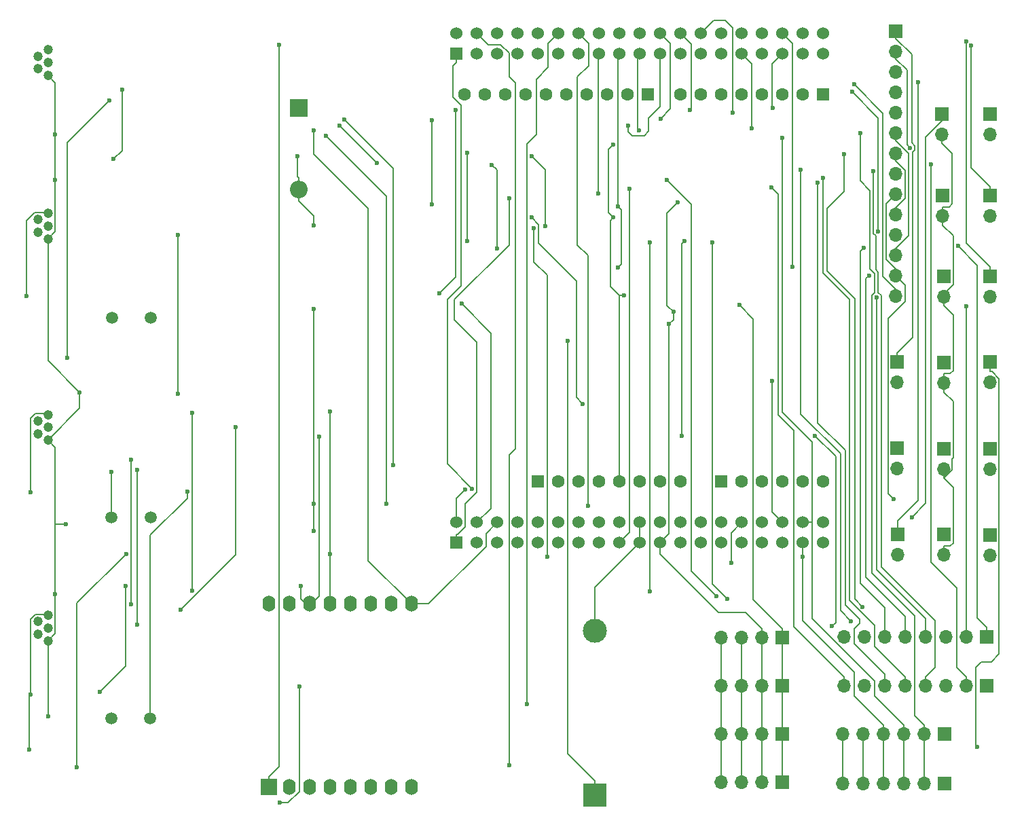
<source format=gbr>
%TF.GenerationSoftware,KiCad,Pcbnew,8.0.8*%
%TF.CreationDate,2025-04-05T02:10:51+02:00*%
%TF.ProjectId,mb02a1,6d623032-6131-42e6-9b69-6361645f7063,rev?*%
%TF.SameCoordinates,Original*%
%TF.FileFunction,Copper,L2,Bot*%
%TF.FilePolarity,Positive*%
%FSLAX46Y46*%
G04 Gerber Fmt 4.6, Leading zero omitted, Abs format (unit mm)*
G04 Created by KiCad (PCBNEW 8.0.8) date 2025-04-05 02:10:51*
%MOMM*%
%LPD*%
G01*
G04 APERTURE LIST*
%TA.AperFunction,ComponentPad*%
%ADD10R,3.000000X3.000000*%
%TD*%
%TA.AperFunction,ComponentPad*%
%ADD11C,3.000000*%
%TD*%
%TA.AperFunction,ComponentPad*%
%ADD12R,1.700000X1.700000*%
%TD*%
%TA.AperFunction,ComponentPad*%
%ADD13O,1.700000X1.700000*%
%TD*%
%TA.AperFunction,ComponentPad*%
%ADD14R,2.000000X2.000000*%
%TD*%
%TA.AperFunction,ComponentPad*%
%ADD15O,1.600000X2.000000*%
%TD*%
%TA.AperFunction,ComponentPad*%
%ADD16C,1.193800*%
%TD*%
%TA.AperFunction,ComponentPad*%
%ADD17C,1.500000*%
%TD*%
%TA.AperFunction,ComponentPad*%
%ADD18R,2.200000X2.200000*%
%TD*%
%TA.AperFunction,ComponentPad*%
%ADD19O,2.200000X2.200000*%
%TD*%
%TA.AperFunction,ComponentPad*%
%ADD20R,1.605000X1.605000*%
%TD*%
%TA.AperFunction,ComponentPad*%
%ADD21C,1.605000*%
%TD*%
%TA.AperFunction,ComponentPad*%
%ADD22R,1.530000X1.530000*%
%TD*%
%TA.AperFunction,ComponentPad*%
%ADD23C,1.530000*%
%TD*%
%TA.AperFunction,ViaPad*%
%ADD24C,0.600000*%
%TD*%
%TA.AperFunction,Conductor*%
%ADD25C,0.200000*%
%TD*%
G04 APERTURE END LIST*
D10*
%TO.P,B1,1*%
%TO.N,Net-(U11-VBAT)*%
X155500000Y-148500000D03*
D11*
%TO.P,B1,2*%
%TO.N,GND*%
X155500000Y-128010000D03*
%TD*%
D12*
%TO.P,PWR5V.2,1,Pin_1*%
%TO.N,5V_REG*%
X199000000Y-94540000D03*
D13*
%TO.P,PWR5V.2,2,Pin_2*%
%TO.N,GND*%
X199000000Y-97080000D03*
%TD*%
%TO.P,I2C1.2,4,Pin_4*%
%TO.N,GND*%
X171230000Y-134870000D03*
%TO.P,I2C1.2,3,Pin_3*%
%TO.N,5V_REG*%
X173770000Y-134870000D03*
%TO.P,I2C1.2,2,Pin_2*%
%TO.N,I2C1_SDA*%
X176310000Y-134870000D03*
D12*
%TO.P,I2C1.2,1,Pin_1*%
%TO.N,I2C1_SCL*%
X178850000Y-134870000D03*
%TD*%
D14*
%TO.P,U10,1,~{RST}*%
%TO.N,WEMOS_RST*%
X114840000Y-147500000D03*
D15*
%TO.P,U10,2,A0*%
%TO.N,unconnected-(U10-A0-Pad2)*%
X117380000Y-147500000D03*
%TO.P,U10,3,D0*%
%TO.N,unconnected-(U10-D0-Pad3)*%
X119920000Y-147500000D03*
%TO.P,U10,4,SCK/D5*%
%TO.N,Net-(D15-A)*%
X122460000Y-147500000D03*
%TO.P,U10,5,MISO/D6*%
%TO.N,Net-(D14-A)*%
X125000000Y-147500000D03*
%TO.P,U10,6,MOSI/D7*%
%TO.N,Net-(D13-A)*%
X127540000Y-147500000D03*
%TO.P,U10,7,CS/D8*%
%TO.N,unconnected-(U10-CS{slash}D8-Pad7)*%
X130080000Y-147500000D03*
%TO.P,U10,8,3V3*%
%TO.N,unconnected-(U10-3V3-Pad8)*%
X132620000Y-147500000D03*
%TO.P,U10,9,5V*%
%TO.N,5V_REG*%
X132620000Y-124640000D03*
%TO.P,U10,10,GND*%
%TO.N,GND*%
X130080000Y-124640000D03*
%TO.P,U10,11,D4*%
%TO.N,unconnected-(U10-D4-Pad11)*%
X127540000Y-124640000D03*
%TO.P,U10,12,D3*%
%TO.N,unconnected-(U10-D3-Pad12)*%
X125000000Y-124640000D03*
%TO.P,U10,13,SDA/D2*%
%TO.N,WUART1_RX*%
X122460000Y-124640000D03*
%TO.P,U10,14,SCL/D1*%
%TO.N,WUART1_TX*%
X119920000Y-124640000D03*
%TO.P,U10,15,RX*%
%TO.N,UART4_TX*%
X117380000Y-124640000D03*
%TO.P,U10,16,TX*%
%TO.N,UART4_RX*%
X114840000Y-124640000D03*
%TD*%
D16*
%TO.P,J4,1,VBUS*%
%TO.N,VBUS3*%
X87290900Y-126023100D03*
%TO.P,J4,2,D-*%
%TO.N,D3-*%
X86090900Y-126823099D03*
%TO.P,J4,3,D+*%
%TO.N,D3+*%
X87290900Y-127623100D03*
%TO.P,J4,4,ID*%
%TO.N,unconnected-(J4-ID-Pad4)*%
X86090900Y-128423101D03*
%TO.P,J4,5,GND*%
%TO.N,GND*%
X87290900Y-129223099D03*
%TD*%
D12*
%TO.P,SPI2.2,1,Pin_1*%
%TO.N,SPI2_CS1*%
X199090000Y-147020000D03*
D13*
%TO.P,SPI2.2,2,Pin_2*%
%TO.N,SPI2_SCK*%
X196550000Y-147020000D03*
%TO.P,SPI2.2,3,Pin_3*%
%TO.N,SPI2_MOSI*%
X194010000Y-147020000D03*
%TO.P,SPI2.2,4,Pin_4*%
%TO.N,SPI2_MISO*%
X191470000Y-147020000D03*
%TO.P,SPI2.2,5,Pin_5*%
%TO.N,5V_REG*%
X188930000Y-147020000D03*
%TO.P,SPI2.2,6,Pin_6*%
%TO.N,GND*%
X186390000Y-147020000D03*
%TD*%
D12*
%TO.P,PWR3V3.1,1,Pin_1*%
%TO.N,M3V3*%
X193200000Y-105235000D03*
D13*
%TO.P,PWR3V3.1,2,Pin_2*%
%TO.N,GND*%
X193200000Y-107775000D03*
%TD*%
D12*
%TO.P,PWM.2,1,Pin_1*%
%TO.N,PWM2*%
X199000000Y-116000000D03*
D13*
%TO.P,PWM.2,2,Pin_2*%
%TO.N,GND*%
X199000000Y-118540000D03*
%TD*%
D16*
%TO.P,J1,1,VBUS*%
%TO.N,Net-(J1-VBUS)*%
X87290900Y-55523100D03*
%TO.P,J1,2,D-*%
%TO.N,unconnected-(J1-D--Pad2)*%
X86090900Y-56323099D03*
%TO.P,J1,3,D+*%
%TO.N,unconnected-(J1-D+-Pad3)*%
X87290900Y-57123100D03*
%TO.P,J1,4,ID*%
%TO.N,unconnected-(J1-ID-Pad4)*%
X86090900Y-57923101D03*
%TO.P,J1,5,GND*%
%TO.N,GND*%
X87290900Y-58723099D03*
%TD*%
D12*
%TO.P,PWR3V3.3,1,Pin_1*%
%TO.N,M3V3*%
X204750000Y-105275000D03*
D13*
%TO.P,PWR3V3.3,2,Pin_2*%
%TO.N,GND*%
X204750000Y-107815000D03*
%TD*%
D17*
%TO.P,X2,1,1*%
%TO.N,Net-(U3-XO)*%
X95220000Y-113870000D03*
%TO.P,X2,2,2*%
%TO.N,Net-(U3-XI)*%
X100100000Y-113870000D03*
%TD*%
D12*
%TO.P,DISPLAY1,1,Pin_1*%
%TO.N,5V_REG*%
X193000000Y-53255000D03*
D13*
%TO.P,DISPLAY1,2,Pin_2*%
%TO.N,GND*%
X193000000Y-55795000D03*
%TO.P,DISPLAY1,3,Pin_3*%
%TO.N,DISPL_CS*%
X193000000Y-58335000D03*
%TO.P,DISPLAY1,4,Pin_4*%
%TO.N,DISPL_RST*%
X193000000Y-60875000D03*
%TO.P,DISPLAY1,5,Pin_5*%
%TO.N,DISPL_DC*%
X193000000Y-63415000D03*
%TO.P,DISPLAY1,6,Pin_6*%
%TO.N,DISPL_MOSI*%
X193000000Y-65955000D03*
%TO.P,DISPLAY1,7,Pin_7*%
%TO.N,DISPL_SCK*%
X193000000Y-68495000D03*
%TO.P,DISPLAY1,8,Pin_8*%
%TO.N,DISPL_BNESS*%
X193000000Y-71035000D03*
%TO.P,DISPLAY1,9,Pin_9*%
%TO.N,DISPL_MISO*%
X193000000Y-73575000D03*
%TO.P,DISPLAY1,10,Pin_10*%
%TO.N,DISPL_SCK*%
X193000000Y-76115000D03*
%TO.P,DISPLAY1,11,Pin_11*%
%TO.N,DISPL_TCH_CS*%
X193000000Y-78655000D03*
%TO.P,DISPLAY1,12,Pin_12*%
%TO.N,DISPL_MOSI*%
X193000000Y-81195000D03*
%TO.P,DISPLAY1,13,Pin_13*%
%TO.N,DISPL_MISO*%
X193000000Y-83735000D03*
%TO.P,DISPLAY1,14,Pin_14*%
%TO.N,DISPL_TIRQ*%
X193000000Y-86275000D03*
%TD*%
D12*
%TO.P,PWR3V3.2,1,Pin_1*%
%TO.N,M3V3*%
X199000000Y-105275000D03*
D13*
%TO.P,PWR3V3.2,2,Pin_2*%
%TO.N,GND*%
X199000000Y-107815000D03*
%TD*%
D12*
%TO.P,DAC.1,1,Pin_1*%
%TO.N,DAC_OUT*%
X198750000Y-63525000D03*
D13*
%TO.P,DAC.1,2,Pin_2*%
%TO.N,GND*%
X198750000Y-66065000D03*
%TD*%
D12*
%TO.P,EXTI.2,1,Pin_1*%
%TO.N,EXTI2*%
X198850000Y-73750000D03*
D13*
%TO.P,EXTI.2,2,Pin_2*%
%TO.N,GND*%
X198850000Y-76290000D03*
%TD*%
D12*
%TO.P,EXIO.2,1,Pin_1*%
%TO.N,Net-(EXIO.2-Pin_1)*%
X204330000Y-134870000D03*
D13*
%TO.P,EXIO.2,2,Pin_2*%
%TO.N,Net-(EXIO.2-Pin_2)*%
X201790000Y-134870000D03*
%TO.P,EXIO.2,3,Pin_3*%
%TO.N,Net-(EXIO.2-Pin_3)*%
X199250000Y-134870000D03*
%TO.P,EXIO.2,4,Pin_4*%
%TO.N,Net-(EXIO.2-Pin_4)*%
X196710000Y-134870000D03*
%TO.P,EXIO.2,5,Pin_5*%
%TO.N,Net-(EXIO.2-Pin_5)*%
X194170000Y-134870000D03*
%TO.P,EXIO.2,6,Pin_6*%
%TO.N,Net-(EXIO.2-Pin_6)*%
X191630000Y-134870000D03*
%TO.P,EXIO.2,7,Pin_7*%
%TO.N,Net-(EXIO.2-Pin_7)*%
X189090000Y-134870000D03*
%TO.P,EXIO.2,8,Pin_8*%
%TO.N,Net-(EXIO.2-Pin_8)*%
X186550000Y-134870000D03*
%TD*%
D12*
%TO.P,EXTI.3,1,Pin_1*%
%TO.N,EXTI3*%
X204750000Y-73750000D03*
D13*
%TO.P,EXTI.3,2,Pin_2*%
%TO.N,GND*%
X204750000Y-76290000D03*
%TD*%
D16*
%TO.P,J2,1,VBUS*%
%TO.N,VBUS1*%
X87290900Y-75920000D03*
%TO.P,J2,2,D-*%
%TO.N,D1-*%
X86090900Y-76719999D03*
%TO.P,J2,3,D+*%
%TO.N,D1+*%
X87290900Y-77520000D03*
%TO.P,J2,4,ID*%
%TO.N,unconnected-(J2-ID-Pad4)*%
X86090900Y-78320001D03*
%TO.P,J2,5,GND*%
%TO.N,GND*%
X87290900Y-79119999D03*
%TD*%
D12*
%TO.P,PWR5V.1,1,Pin_1*%
%TO.N,5V_REG*%
X193200000Y-94500000D03*
D13*
%TO.P,PWR5V.1,2,Pin_2*%
%TO.N,GND*%
X193200000Y-97040000D03*
%TD*%
D12*
%TO.P,EXIO.1,1,Pin_1*%
%TO.N,Net-(EXIO.1-Pin_1)*%
X204330000Y-128720000D03*
D13*
%TO.P,EXIO.1,2,Pin_2*%
%TO.N,Net-(EXIO.1-Pin_2)*%
X201790000Y-128720000D03*
%TO.P,EXIO.1,3,Pin_3*%
%TO.N,Net-(EXIO.1-Pin_3)*%
X199250000Y-128720000D03*
%TO.P,EXIO.1,4,Pin_4*%
%TO.N,Net-(EXIO.1-Pin_4)*%
X196710000Y-128720000D03*
%TO.P,EXIO.1,5,Pin_5*%
%TO.N,Net-(EXIO.1-Pin_5)*%
X194170000Y-128720000D03*
%TO.P,EXIO.1,6,Pin_6*%
%TO.N,Net-(EXIO.1-Pin_6)*%
X191630000Y-128720000D03*
%TO.P,EXIO.1,7,Pin_7*%
%TO.N,Net-(EXIO.1-Pin_7)*%
X189090000Y-128720000D03*
%TO.P,EXIO.1,8,Pin_8*%
%TO.N,Net-(EXIO.1-Pin_8)*%
X186550000Y-128720000D03*
%TD*%
D12*
%TO.P,I2C1.4,1,Pin_1*%
%TO.N,I2C1_SCL*%
X178850000Y-146870000D03*
D13*
%TO.P,I2C1.4,2,Pin_2*%
%TO.N,I2C1_SDA*%
X176310000Y-146870000D03*
%TO.P,I2C1.4,3,Pin_3*%
%TO.N,5V_REG*%
X173770000Y-146870000D03*
%TO.P,I2C1.4,4,Pin_4*%
%TO.N,GND*%
X171230000Y-146870000D03*
%TD*%
D12*
%TO.P,EXTI.1,1,Pin_1*%
%TO.N,EXTI1*%
X204750000Y-63525000D03*
D13*
%TO.P,EXTI.1,2,Pin_2*%
%TO.N,GND*%
X204750000Y-66065000D03*
%TD*%
D12*
%TO.P,PWM.3,1,Pin_1*%
%TO.N,PWM3*%
X204750000Y-116025000D03*
D13*
%TO.P,PWM.3,2,Pin_2*%
%TO.N,GND*%
X204750000Y-118565000D03*
%TD*%
D18*
%TO.P,D2,1,K*%
%TO.N,Net-(D1-K)*%
X118600000Y-62790000D03*
D19*
%TO.P,D2,2,A*%
%TO.N,GND*%
X118600000Y-72950000D03*
%TD*%
D17*
%TO.P,X1,1,1*%
%TO.N,Net-(U2-XO)*%
X95245000Y-88945000D03*
%TO.P,X1,2,2*%
%TO.N,Net-(U2-XI)*%
X100125000Y-88945000D03*
%TD*%
D12*
%TO.P,I2C1.1,1,Pin_1*%
%TO.N,I2C1_SCL*%
X178850000Y-128870000D03*
D13*
%TO.P,I2C1.1,2,Pin_2*%
%TO.N,I2C1_SDA*%
X176310000Y-128870000D03*
%TO.P,I2C1.1,3,Pin_3*%
%TO.N,5V_REG*%
X173770000Y-128870000D03*
%TO.P,I2C1.1,4,Pin_4*%
%TO.N,GND*%
X171230000Y-128870000D03*
%TD*%
D17*
%TO.P,X3,1,1*%
%TO.N,Net-(U4-XO)*%
X95175000Y-138870000D03*
%TO.P,X3,2,2*%
%TO.N,Net-(U4-XI)*%
X100055000Y-138870000D03*
%TD*%
D12*
%TO.P,ADC.1,1,Pin_1*%
%TO.N,ADC1*%
X199000000Y-83775000D03*
D13*
%TO.P,ADC.1,2,Pin_2*%
%TO.N,GND*%
X199000000Y-86315000D03*
%TD*%
D12*
%TO.P,ADC.2,1,Pin_1*%
%TO.N,ADC2*%
X204750000Y-83775000D03*
D13*
%TO.P,ADC.2,2,Pin_2*%
%TO.N,GND*%
X204750000Y-86315000D03*
%TD*%
D12*
%TO.P,PWM.1,1,Pin_1*%
%TO.N,PWM1*%
X193250000Y-116000000D03*
D13*
%TO.P,PWM.1,2,Pin_2*%
%TO.N,GND*%
X193250000Y-118540000D03*
%TD*%
D20*
%TO.P,U9,CN5_1,D8*%
%TO.N,unconnected-(U9F-D8-PadCN5_1)*%
X162130000Y-61120000D03*
D21*
%TO.P,U9,CN5_2,D9*%
%TO.N,unconnected-(U9F-D9-PadCN5_2)*%
X159590000Y-61120000D03*
%TO.P,U9,CN5_3,D10*%
%TO.N,unconnected-(U9F-D10-PadCN5_3)*%
X157050000Y-61120000D03*
%TO.P,U9,CN5_4,D11*%
%TO.N,unconnected-(U9F-D11-PadCN5_4)*%
X154510000Y-61120000D03*
%TO.P,U9,CN5_5,D12*%
%TO.N,unconnected-(U9F-D12-PadCN5_5)*%
X151970000Y-61120000D03*
%TO.P,U9,CN5_6,D13*%
%TO.N,unconnected-(U9F-D13-PadCN5_6)*%
X149430000Y-61120000D03*
%TO.P,U9,CN5_7,CN5_GND*%
%TO.N,unconnected-(U9F-CN5_GND-PadCN5_7)*%
X146890000Y-61120000D03*
%TO.P,U9,CN5_8,AREF*%
%TO.N,unconnected-(U9F-AREF-PadCN5_8)*%
X144350000Y-61120000D03*
%TO.P,U9,CN5_9,D14*%
%TO.N,unconnected-(U9F-D14-PadCN5_9)*%
X141810000Y-61120000D03*
%TO.P,U9,CN5_10,D15*%
%TO.N,unconnected-(U9F-D15-PadCN5_10)*%
X139270000Y-61120000D03*
D20*
%TO.P,U9,CN6_1*%
%TO.N,N/C*%
X148410000Y-109380000D03*
D21*
%TO.P,U9,CN6_2,CN6_IOREF*%
%TO.N,unconnected-(U9C-CN6_IOREF-PadCN6_2)*%
X150950000Y-109380000D03*
%TO.P,U9,CN6_3,CN6_RESET*%
%TO.N,unconnected-(U9C-CN6_RESET-PadCN6_3)*%
X153490000Y-109380000D03*
%TO.P,U9,CN6_4,CN6_+3V3*%
%TO.N,M3V3*%
X156030000Y-109380000D03*
%TO.P,U9,CN6_5,CN6_+5V*%
%TO.N,M5V*%
X158570000Y-109380000D03*
%TO.P,U9,CN6_6,CN6_GND*%
%TO.N,Net-(U9C-CN6_GND-PadCN6_6)*%
X161110000Y-109380000D03*
%TO.P,U9,CN6_7,CN6_GND*%
X163650000Y-109380000D03*
%TO.P,U9,CN6_8,CN6_VIN*%
%TO.N,unconnected-(U9C-CN6_VIN-PadCN6_8)*%
X166190000Y-109380000D03*
D22*
%TO.P,U9,CN7_1,PC10*%
%TO.N,DISPL_SCK*%
X138250000Y-117000000D03*
D23*
%TO.P,U9,CN7_2,PC11*%
%TO.N,DISPL_MISO*%
X138250000Y-114460000D03*
%TO.P,U9,CN7_3,PC12*%
%TO.N,UART5_TX*%
X140790000Y-117000000D03*
%TO.P,U9,CN7_4,PD2*%
%TO.N,UART5_RX*%
X140790000Y-114460000D03*
%TO.P,U9,CN7_5,VDD*%
%TO.N,unconnected-(U9A-VDD-PadCN7_5)*%
X143330000Y-117000000D03*
%TO.P,U9,CN7_6,E5V*%
%TO.N,5V_REG*%
X143330000Y-114460000D03*
%TO.P,U9,CN7_7,BOOT0*%
%TO.N,unconnected-(U9A-BOOT0-PadCN7_7)*%
X145870000Y-117000000D03*
%TO.P,U9,CN7_8,CN7_GND*%
%TO.N,GND*%
X145870000Y-114460000D03*
%TO.P,U9,CN7_9*%
%TO.N,N/C*%
X148410000Y-117000000D03*
%TO.P,U9,CN7_10*%
X148410000Y-114460000D03*
%TO.P,U9,CN7_11*%
X150950000Y-117000000D03*
%TO.P,U9,CN7_12,CN7_IOREF*%
%TO.N,unconnected-(U9A-CN7_IOREF-PadCN7_12)*%
X150950000Y-114460000D03*
%TO.P,U9,CN7_13,PA13*%
%TO.N,unconnected-(U9A-PA13-PadCN7_13)*%
X153490000Y-117000000D03*
%TO.P,U9,CN7_14,CN7_RESET*%
%TO.N,unconnected-(U9A-CN7_RESET-PadCN7_14)*%
X153490000Y-114460000D03*
%TO.P,U9,CN7_15,PA14*%
%TO.N,unconnected-(U9A-PA14-PadCN7_15)*%
X156030000Y-117000000D03*
%TO.P,U9,CN7_16,CN7_+3V3*%
%TO.N,unconnected-(U9A-CN7_+3V3-PadCN7_16)*%
X156030000Y-114460000D03*
%TO.P,U9,CN7_17,PA15*%
%TO.N,DISPL_BNESS*%
X158570000Y-117000000D03*
%TO.P,U9,CN7_18,CN7_+5V*%
%TO.N,unconnected-(U9A-CN7_+5V-PadCN7_18)*%
X158570000Y-114460000D03*
%TO.P,U9,CN7_19,CN7_GND*%
%TO.N,GND*%
X161110000Y-117000000D03*
%TO.P,U9,CN7_20,CN7_GND*%
X161110000Y-114460000D03*
%TO.P,U9,CN7_21,PB7*%
%TO.N,I2C1_SDA*%
X163650000Y-117000000D03*
%TO.P,U9,CN7_22,CN7_GND*%
%TO.N,GND*%
X163650000Y-114460000D03*
%TO.P,U9,CN7_23,PC13*%
%TO.N,unconnected-(U9A-PC13-PadCN7_23)*%
X166190000Y-117000000D03*
%TO.P,U9,CN7_24,CN7_VIN*%
%TO.N,unconnected-(U9A-CN7_VIN-PadCN7_24)*%
X166190000Y-114460000D03*
%TO.P,U9,CN7_25,PC14*%
%TO.N,unconnected-(U9A-PC14-PadCN7_25)*%
X168730000Y-117000000D03*
%TO.P,U9,CN7_26*%
%TO.N,N/C*%
X168730000Y-114460000D03*
%TO.P,U9,CN7_27,PC15*%
%TO.N,unconnected-(U9A-PC15-PadCN7_27)*%
X171270000Y-117000000D03*
%TO.P,U9,CN7_28,PA0*%
%TO.N,UART4_TX*%
X171270000Y-114460000D03*
%TO.P,U9,CN7_29,PH0*%
%TO.N,unconnected-(U9A-PH0-PadCN7_29)*%
X173810000Y-117000000D03*
%TO.P,U9,CN7_30,PA1*%
%TO.N,UART4_RX*%
X173810000Y-114460000D03*
%TO.P,U9,CN7_31,PH1*%
%TO.N,unconnected-(U9A-PH1-PadCN7_31)*%
X176350000Y-117000000D03*
%TO.P,U9,CN7_32,PA4*%
%TO.N,DAC_OUT*%
X176350000Y-114460000D03*
%TO.P,U9,CN7_33,VBAT*%
%TO.N,unconnected-(U9A-VBAT-PadCN7_33)*%
X178890000Y-117000000D03*
%TO.P,U9,CN7_34,PB0*%
%TO.N,W25Q64_NCS*%
X178890000Y-114460000D03*
%TO.P,U9,CN7_35,PC2*%
%TO.N,SPI2_MISO*%
X181430000Y-117000000D03*
%TO.P,U9,CN7_36,PC1/PB9*%
%TO.N,SPI2_MOSI*%
X181430000Y-114460000D03*
%TO.P,U9,CN7_37,PC3*%
%TO.N,I_PWR_MEAS*%
X183970000Y-117000000D03*
%TO.P,U9,CN7_38,PC0/PB8*%
%TO.N,U_PWR_MEAS*%
X183970000Y-114460000D03*
D20*
%TO.P,U9,CN8_1,A0*%
%TO.N,unconnected-(U9E-A0-PadCN8_1)*%
X171270000Y-109380000D03*
D21*
%TO.P,U9,CN8_2,A1*%
%TO.N,unconnected-(U9E-A1-PadCN8_2)*%
X173810000Y-109380000D03*
%TO.P,U9,CN8_3,A2*%
%TO.N,unconnected-(U9E-A2-PadCN8_3)*%
X176350000Y-109380000D03*
%TO.P,U9,CN8_4,A3*%
%TO.N,unconnected-(U9E-A3-PadCN8_4)*%
X178890000Y-109380000D03*
%TO.P,U9,CN8_5,A4*%
%TO.N,unconnected-(U9E-A4-PadCN8_5)*%
X181430000Y-109380000D03*
%TO.P,U9,CN8_6,A5*%
%TO.N,unconnected-(U9E-A5-PadCN8_6)*%
X183970000Y-109380000D03*
D20*
%TO.P,U9,CN9_1,D0*%
%TO.N,unconnected-(U9D-D0-PadCN9_1)*%
X183970000Y-61120000D03*
D21*
%TO.P,U9,CN9_2,D1*%
%TO.N,unconnected-(U9D-D1-PadCN9_2)*%
X181430000Y-61120000D03*
%TO.P,U9,CN9_3,D2*%
%TO.N,unconnected-(U9D-D2-PadCN9_3)*%
X178890000Y-61120000D03*
%TO.P,U9,CN9_4,D3*%
%TO.N,unconnected-(U9D-D3-PadCN9_4)*%
X176350000Y-61120000D03*
%TO.P,U9,CN9_5,D4*%
%TO.N,unconnected-(U9D-D4-PadCN9_5)*%
X173810000Y-61120000D03*
%TO.P,U9,CN9_6,D5*%
%TO.N,unconnected-(U9D-D5-PadCN9_6)*%
X171270000Y-61120000D03*
%TO.P,U9,CN9_7,D6*%
%TO.N,unconnected-(U9D-D6-PadCN9_7)*%
X168730000Y-61120000D03*
%TO.P,U9,CN9_8,D7*%
%TO.N,unconnected-(U9D-D7-PadCN9_8)*%
X166190000Y-61120000D03*
D22*
%TO.P,U9,CN10_1,PC9*%
%TO.N,PWM3*%
X138250000Y-56040000D03*
D23*
%TO.P,U9,CN10_2,PC8*%
%TO.N,EXTI3*%
X138250000Y-53500000D03*
%TO.P,U9,CN10_3,PB8*%
%TO.N,DISPL_TCH_CS*%
X140790000Y-56040000D03*
%TO.P,U9,CN10_4,PC6*%
%TO.N,SPI2_CS1*%
X140790000Y-53500000D03*
%TO.P,U9,CN10_5,PB9*%
%TO.N,DISPL_TIRQ*%
X143330000Y-56040000D03*
%TO.P,U9,CN10_6,PC5*%
%TO.N,ADC2*%
X143330000Y-53500000D03*
%TO.P,U9,CN10_7,AVDD*%
%TO.N,unconnected-(U9B-AVDD-PadCN10_7)*%
X145870000Y-56040000D03*
%TO.P,U9,CN10_8,U5V*%
%TO.N,unconnected-(U9B-U5V-PadCN10_8)*%
X145870000Y-53500000D03*
%TO.P,U9,CN10_9,CN10_GND*%
%TO.N,Net-(U9B-CN10_GND-PadCN10_20)*%
X148410000Y-56040000D03*
%TO.P,U9,CN10_10*%
%TO.N,N/C*%
X148410000Y-53500000D03*
%TO.P,U9,CN10_11,PA5*%
%TO.N,unconnected-(U9B-PA5-PadCN10_11)*%
X150950000Y-56040000D03*
%TO.P,U9,CN10_12,PA12*%
%TO.N,SPI2_CS0*%
X150950000Y-53500000D03*
%TO.P,U9,CN10_13,PA6*%
%TO.N,EXTI1*%
X153490000Y-56040000D03*
%TO.P,U9,CN10_14,PA11*%
%TO.N,PWM2*%
X153490000Y-53500000D03*
%TO.P,U9,CN10_15,PA7*%
%TO.N,EXTI2*%
X156030000Y-56040000D03*
%TO.P,U9,CN10_16,PB12*%
%TO.N,unconnected-(U9B-PB12-PadCN10_16)*%
X156030000Y-53500000D03*
%TO.P,U9,CN10_17,PB6*%
%TO.N,I2C1_SCL*%
X158570000Y-56040000D03*
%TO.P,U9,CN10_18*%
%TO.N,N/C*%
X158570000Y-53500000D03*
%TO.P,U9,CN10_19,PC7*%
%TO.N,SPI2_SCK*%
X161110000Y-56040000D03*
%TO.P,U9,CN10_20,CN10_GND*%
%TO.N,Net-(U9B-CN10_GND-PadCN10_20)*%
X161110000Y-53500000D03*
%TO.P,U9,CN10_21,PA9*%
%TO.N,USART1_TX*%
X163650000Y-56040000D03*
%TO.P,U9,CN10_22,PB2*%
%TO.N,25LC256_NCS*%
X163650000Y-53500000D03*
%TO.P,U9,CN10_23,PA8*%
%TO.N,PWM1*%
X166190000Y-56040000D03*
%TO.P,U9,CN10_24,PB1*%
%TO.N,25LC640_NCS*%
X166190000Y-53500000D03*
%TO.P,U9,CN10_25,PB10*%
%TO.N,unconnected-(U9B-PB10-PadCN10_25)*%
X168730000Y-56040000D03*
%TO.P,U9,CN10_26,PB15*%
%TO.N,DISPL_DC*%
X168730000Y-53500000D03*
%TO.P,U9,CN10_27,PB4*%
%TO.N,DISPL_RST*%
X171270000Y-56040000D03*
%TO.P,U9,CN10_28,PB14*%
%TO.N,WEMOS_RST*%
X171270000Y-53500000D03*
%TO.P,U9,CN10_29,PB5*%
%TO.N,DISPL_MOSI*%
X173810000Y-56040000D03*
%TO.P,U9,CN10_30,PB13*%
%TO.N,DISPL_CS*%
X173810000Y-53500000D03*
%TO.P,U9,CN10_31,PB3*%
%TO.N,unconnected-(U9B-PB3-PadCN10_31)*%
X176350000Y-56040000D03*
%TO.P,U9,CN10_32,AGND*%
%TO.N,unconnected-(U9B-AGND-PadCN10_32)*%
X176350000Y-53500000D03*
%TO.P,U9,CN10_33,PA10*%
%TO.N,USART1_RX*%
X178890000Y-56040000D03*
%TO.P,U9,CN10_34,PC4*%
%TO.N,ADC1*%
X178890000Y-53500000D03*
%TO.P,U9,CN10_35,PA2*%
%TO.N,unconnected-(U9B-PA2-PadCN10_35)*%
X181430000Y-56040000D03*
%TO.P,U9,CN10_36*%
%TO.N,N/C*%
X181430000Y-53500000D03*
%TO.P,U9,CN10_37,PA3*%
%TO.N,unconnected-(U9B-PA3-PadCN10_37)*%
X183970000Y-56040000D03*
%TO.P,U9,CN10_38*%
%TO.N,N/C*%
X183970000Y-53500000D03*
%TD*%
D12*
%TO.P,PWR5V.3,1,Pin_1*%
%TO.N,5V_REG*%
X204750000Y-94500000D03*
D13*
%TO.P,PWR5V.3,2,Pin_2*%
%TO.N,GND*%
X204750000Y-97040000D03*
%TD*%
D12*
%TO.P,SPI2.1,1,Pin_1*%
%TO.N,SPI2_CS0*%
X199050000Y-140870000D03*
D13*
%TO.P,SPI2.1,2,Pin_2*%
%TO.N,SPI2_SCK*%
X196510000Y-140870000D03*
%TO.P,SPI2.1,3,Pin_3*%
%TO.N,SPI2_MOSI*%
X193970000Y-140870000D03*
%TO.P,SPI2.1,4,Pin_4*%
%TO.N,SPI2_MISO*%
X191430000Y-140870000D03*
%TO.P,SPI2.1,5,Pin_5*%
%TO.N,5V_REG*%
X188890000Y-140870000D03*
%TO.P,SPI2.1,6,Pin_6*%
%TO.N,GND*%
X186350000Y-140870000D03*
%TD*%
D16*
%TO.P,J3,1,VBUS*%
%TO.N,VBUS2*%
X87290900Y-101023100D03*
%TO.P,J3,2,D-*%
%TO.N,D2-*%
X86090900Y-101823099D03*
%TO.P,J3,3,D+*%
%TO.N,D2+*%
X87290900Y-102623100D03*
%TO.P,J3,4,ID*%
%TO.N,unconnected-(J3-ID-Pad4)*%
X86090900Y-103423101D03*
%TO.P,J3,5,GND*%
%TO.N,GND*%
X87290900Y-104223099D03*
%TD*%
D12*
%TO.P,I2C1.3,1,Pin_1*%
%TO.N,I2C1_SCL*%
X178850000Y-140870000D03*
D13*
%TO.P,I2C1.3,2,Pin_2*%
%TO.N,I2C1_SDA*%
X176310000Y-140870000D03*
%TO.P,I2C1.3,3,Pin_3*%
%TO.N,5V_REG*%
X173770000Y-140870000D03*
%TO.P,I2C1.3,4,Pin_4*%
%TO.N,GND*%
X171230000Y-140870000D03*
%TD*%
D24*
%TO.N,Net-(D13-K)*%
X116234400Y-149444300D03*
X118650000Y-134895000D03*
%TO.N,Net-(U11-VBAT)*%
X152106400Y-91867500D03*
%TO.N,Net-(U5-VO)*%
X149322800Y-77543300D03*
X147626400Y-68773900D03*
%TO.N,I_PWR_MEAS*%
X129479600Y-112166800D03*
X121924200Y-66235000D03*
%TO.N,SPI2_CS1*%
X144783800Y-144759000D03*
%TO.N,SPI2_CS0*%
X146987800Y-137152700D03*
%TO.N,Net-(U4-RXD)*%
X110660200Y-102620000D03*
X103839200Y-125330000D03*
%TO.N,Net-(U4-TXD)*%
X97640800Y-106647300D03*
X97640800Y-124695000D03*
%TO.N,UART4_RX*%
X172497700Y-119497700D03*
%TO.N,WEMOS_RST*%
X116110000Y-54911500D03*
%TO.N,PWM3*%
X140177300Y-110262500D03*
%TO.N,PWM2*%
X154611000Y-112389800D03*
%TO.N,PWM1*%
X195783800Y-59605000D03*
%TO.N,EXTI3*%
X202421800Y-54991800D03*
%TO.N,EXTI2*%
X155944500Y-73490100D03*
%TO.N,Net-(EXIO.2-Pin_4)*%
X190213700Y-70671900D03*
%TO.N,Net-(EXIO.2-Pin_8)*%
X177474100Y-72667700D03*
%TO.N,Net-(EXIO.2-Pin_1)*%
X188847300Y-124986400D03*
X186575100Y-68550100D03*
%TO.N,Net-(EXIO.2-Pin_3)*%
X187419500Y-126796600D03*
X181167300Y-70470800D03*
%TO.N,Net-(EXIO.2-Pin_5)*%
X183939400Y-71474300D03*
%TO.N,Net-(EXIO.2-Pin_2)*%
X197432500Y-69796600D03*
%TO.N,Net-(EXIO.2-Pin_6)*%
X183261500Y-72076100D03*
%TO.N,Net-(EXIO.2-Pin_7)*%
X170660500Y-123679700D03*
X164495900Y-71805000D03*
%TO.N,Net-(EXIO.1-Pin_4)*%
X190610300Y-86436800D03*
%TO.N,Net-(EXIO.1-Pin_5)*%
X189656200Y-83697900D03*
%TO.N,I2C1_SCL*%
X158404000Y-75064400D03*
X158404000Y-82654800D03*
X173510500Y-87386300D03*
%TO.N,Net-(EXIO.1-Pin_8)*%
X172036100Y-123976300D03*
X170165800Y-79547500D03*
%TO.N,Net-(EXIO.1-Pin_1)*%
X200770600Y-80022800D03*
%TO.N,Net-(EXIO.1-Pin_3)*%
X162330200Y-123078000D03*
X162330200Y-79552500D03*
%TO.N,Net-(EXIO.1-Pin_7)*%
X185074200Y-127364500D03*
X166625500Y-79382900D03*
X166323500Y-103716200D03*
X182947500Y-103716200D03*
%TO.N,Net-(EXIO.1-Pin_6)*%
X189048100Y-80195800D03*
%TO.N,Net-(EXIO.1-Pin_2)*%
X201790000Y-87518100D03*
%TO.N,I2C1_SDA*%
X164755200Y-89730200D03*
X165285400Y-88233200D03*
X165829200Y-74578100D03*
%TO.N,U_PWR_MEAS*%
X130372900Y-107328300D03*
X124247900Y-64238300D03*
%TO.N,DISPL_TCH_CS*%
X187555500Y-60795600D03*
X190815400Y-78180000D03*
%TO.N,W25Q64_NCS3V3*%
X154002500Y-99670000D03*
X147617500Y-76459700D03*
%TO.N,DISPL_SCK*%
X144820800Y-74041600D03*
%TO.N,DISPL_MOSI*%
X175034200Y-65323400D03*
%TO.N,M5V*%
X159142200Y-86194500D03*
X157797800Y-67349800D03*
X123616900Y-64965000D03*
X128314700Y-69623500D03*
X157797800Y-76410200D03*
%TO.N,25LC640_NCS*%
X167363100Y-63079200D03*
X138163600Y-63079200D03*
X136123100Y-85924000D03*
%TO.N,25LC256_NCS*%
X163679300Y-64137100D03*
X135143900Y-64296700D03*
X135143900Y-74781900D03*
%TO.N,SPI2_MISO*%
X181430000Y-118795800D03*
X149538500Y-118795800D03*
X147873600Y-77812600D03*
%TO.N,SPI2_SCK*%
X160986200Y-65591200D03*
X139540300Y-68413900D03*
X139540300Y-79417300D03*
X188606200Y-65950600D03*
%TO.N,SPI2_MOSI*%
X178846100Y-66559300D03*
X142619200Y-69895000D03*
X143253200Y-80338900D03*
%TO.N,DISPL_TIRQ*%
X187795300Y-59810500D03*
%TO.N,DISPL_BNESS*%
X159841600Y-72878800D03*
%TO.N,W25Q64_NCS*%
X177620000Y-96823200D03*
%TO.N,DISPL_DC*%
X172629900Y-63415000D03*
%TO.N,DISPL_MISO*%
X139351300Y-110363200D03*
X192728300Y-111564600D03*
%TO.N,5V_REG*%
X120429400Y-65600000D03*
X203120000Y-142503300D03*
%TO.N,DAC_OUT*%
X195013400Y-113809700D03*
%TO.N,WUART1_TX*%
X121125900Y-103761300D03*
X93799700Y-135620000D03*
X97019400Y-122397700D03*
X118818300Y-122397700D03*
%TO.N,WUART1_RX*%
X122460000Y-100644300D03*
X122460000Y-118381200D03*
X97031400Y-118381200D03*
X90859400Y-144983600D03*
%TO.N,UART5_TX*%
X120458900Y-87834900D03*
X120458900Y-115535500D03*
X120458900Y-112162300D03*
%TO.N,UART5_RX*%
X138850000Y-87217400D03*
%TO.N,USART1_TX*%
X159623400Y-64989400D03*
%TO.N,USART1_RX*%
X94925200Y-61845700D03*
X89684200Y-93968900D03*
X177708200Y-62786200D03*
%TO.N,Net-(D1-K)*%
X96516600Y-60543600D03*
X95494900Y-69127900D03*
%TO.N,Net-(U3-XO)*%
X95220000Y-108140900D03*
%TO.N,Net-(U4-V3)*%
X98443400Y-127235000D03*
X98443400Y-107950900D03*
%TO.N,Net-(U4-XI)*%
X104690100Y-110620000D03*
%TO.N,ADC2*%
X201800000Y-54465100D03*
%TO.N,ADC1*%
X180160000Y-82565300D03*
%TO.N,VBUS3*%
X105299800Y-100833500D03*
X105299800Y-123018500D03*
X85110400Y-135967100D03*
X84995000Y-142838000D03*
%TO.N,VBUS2*%
X85131000Y-110698200D03*
X103464500Y-98425000D03*
X103464500Y-78620000D03*
%TO.N,VBUS1*%
X84658400Y-86224700D03*
%TO.N,GND*%
X87290900Y-138655400D03*
X194773900Y-67769800D03*
X89549100Y-114716200D03*
X88201300Y-123425000D03*
X91263000Y-98253800D03*
X88189500Y-66097300D03*
X120466200Y-77482300D03*
X88189500Y-71731800D03*
X118410000Y-68775000D03*
%TD*%
D25*
%TO.N,5V_REG*%
X203000000Y-132582500D02*
X203000000Y-142383300D01*
X203000000Y-142383300D02*
X203120000Y-142503300D01*
X204900000Y-131900000D02*
X203682500Y-131900000D01*
X205901700Y-130898300D02*
X204900000Y-131900000D01*
X205901700Y-96544900D02*
X205901700Y-130898300D01*
X205008500Y-95651700D02*
X205901700Y-96544900D01*
X204750000Y-95651700D02*
X205008500Y-95651700D01*
X204750000Y-94500000D02*
X204750000Y-95651700D01*
X203682500Y-131900000D02*
X203000000Y-132582500D01*
%TO.N,Net-(EXIO.2-Pin_6)*%
X187823900Y-129623900D02*
X191630000Y-133430000D01*
X191630000Y-133430000D02*
X191630000Y-134870000D01*
X187823900Y-127709600D02*
X187823900Y-129623900D01*
X186700000Y-124728950D02*
X188500000Y-126528950D01*
X186700000Y-105481900D02*
X186700000Y-124728950D01*
X188500000Y-126528950D02*
X188500000Y-127033500D01*
X188500000Y-127033500D02*
X187823900Y-127709600D01*
X183261500Y-102043400D02*
X186700000Y-105481900D01*
X183261500Y-72076100D02*
X183261500Y-102043400D01*
%TO.N,I2C1_SDA*%
X174300000Y-125700000D02*
X176310000Y-127710000D01*
X170900000Y-125700000D02*
X174300000Y-125700000D01*
X163650000Y-118450000D02*
X170900000Y-125700000D01*
X176310000Y-127710000D02*
X176310000Y-128870000D01*
X163650000Y-117000000D02*
X163650000Y-118450000D01*
%TO.N,W25Q64_NCS3V3*%
X153200000Y-98867500D02*
X154002500Y-99670000D01*
X148473600Y-79673600D02*
X153200000Y-84400000D01*
X153200000Y-84400000D02*
X153200000Y-98867500D01*
X148473600Y-77315800D02*
X148473600Y-79673600D01*
X147617500Y-76459700D02*
X148473600Y-77315800D01*
%TO.N,SPI2_MISO*%
X147873600Y-81973600D02*
X149538500Y-83638500D01*
X149538500Y-83638500D02*
X149538500Y-118795800D01*
X147873600Y-77812600D02*
X147873600Y-81973600D01*
%TO.N,I2C1_SDA*%
X164500000Y-87447800D02*
X165285400Y-88233200D01*
X165829200Y-74578100D02*
X164500000Y-75907300D01*
X164500000Y-75907300D02*
X164500000Y-87447800D01*
%TO.N,M5V*%
X157400000Y-85024500D02*
X158570000Y-86194500D01*
X157400000Y-76808000D02*
X157400000Y-85024500D01*
X157797800Y-76410200D02*
X157400000Y-76808000D01*
%TO.N,I2C1_SCL*%
X158800000Y-82258800D02*
X158404000Y-82654800D01*
X158800000Y-75460400D02*
X158800000Y-82258800D01*
X158404000Y-75064400D02*
X158800000Y-75460400D01*
%TO.N,M5V*%
X157200000Y-75812400D02*
X157797800Y-76410200D01*
X157797800Y-67349800D02*
X157200000Y-67947600D01*
X157200000Y-67947600D02*
X157200000Y-75812400D01*
%TO.N,DISPL_SCK*%
X144820800Y-79879200D02*
X144820800Y-74041600D01*
X138000000Y-86700000D02*
X144820800Y-79879200D01*
X138000000Y-89240800D02*
X138000000Y-86700000D01*
X140790000Y-110677800D02*
X140790000Y-92030800D01*
X139316700Y-112151100D02*
X140790000Y-110677800D01*
X139316700Y-115000100D02*
X139316700Y-112151100D01*
X138250000Y-115933300D02*
X138383500Y-115933300D01*
X138383500Y-115933300D02*
X139316700Y-115000100D01*
X140790000Y-92030800D02*
X138000000Y-89240800D01*
X138250000Y-117000000D02*
X138250000Y-115933300D01*
%TO.N,UART5_RX*%
X142500000Y-90867400D02*
X138850000Y-87217400D01*
X142500000Y-112750000D02*
X142500000Y-90867400D01*
X140790000Y-114460000D02*
X142500000Y-112750000D01*
%TO.N,PWM3*%
X137100000Y-107185200D02*
X140177300Y-110262500D01*
X137100000Y-86700000D02*
X137100000Y-107185200D01*
X137800000Y-61462600D02*
X138806800Y-62469400D01*
X137800000Y-57556700D02*
X137800000Y-61462600D01*
X138806800Y-84993200D02*
X137100000Y-86700000D01*
X138250000Y-57106700D02*
X137800000Y-57556700D01*
X138806800Y-62469400D02*
X138806800Y-84993200D01*
X138250000Y-56040000D02*
X138250000Y-57106700D01*
%TO.N,5V_REG*%
X127243800Y-75343800D02*
X120429400Y-68529400D01*
X127243800Y-119263800D02*
X127243800Y-75343800D01*
X132620000Y-124640000D02*
X127243800Y-119263800D01*
X120429400Y-68529400D02*
X120429400Y-65600000D01*
%TO.N,WUART1_TX*%
X121125900Y-123695800D02*
X121125900Y-103761300D01*
X120181700Y-124640000D02*
X121125900Y-123695800D01*
X119920000Y-124640000D02*
X120181700Y-124640000D01*
X118818300Y-124000000D02*
X118818300Y-122397700D01*
X119458300Y-124640000D02*
X118818300Y-124000000D01*
X119920000Y-124640000D02*
X119458300Y-124640000D01*
%TO.N,SPI2_CS1*%
X144783800Y-106095400D02*
X144783800Y-144759000D01*
X145600000Y-105279200D02*
X144783800Y-106095400D01*
X144801300Y-58882500D02*
X145600000Y-59681200D01*
X145600000Y-59681200D02*
X145600000Y-105279200D01*
X144801300Y-55970800D02*
X144801300Y-58882500D01*
X143721000Y-54890500D02*
X144801300Y-55970800D01*
X142180500Y-54890500D02*
X143721000Y-54890500D01*
X140790000Y-53500000D02*
X142180500Y-54890500D01*
%TO.N,SPI2_CS0*%
X146987800Y-67315400D02*
X146987800Y-137152700D01*
X149680000Y-57720000D02*
X148200000Y-59200000D01*
X148200000Y-66103200D02*
X146987800Y-67315400D01*
X150950000Y-53500000D02*
X149680000Y-54770000D01*
X149680000Y-54770000D02*
X149680000Y-57720000D01*
X148200000Y-59200000D02*
X148200000Y-66103200D01*
%TO.N,PWM2*%
X154700000Y-57532900D02*
X154700000Y-54710000D01*
X153300000Y-58932900D02*
X154700000Y-57532900D01*
X154700000Y-54710000D02*
X153490000Y-53500000D01*
X153300000Y-79889800D02*
X153300000Y-58932900D01*
X154611000Y-81200800D02*
X153300000Y-79889800D01*
X154611000Y-112389800D02*
X154611000Y-81200800D01*
%TO.N,SPI2_SCK*%
X160800000Y-65405000D02*
X160986200Y-65591200D01*
X160800000Y-56350000D02*
X160800000Y-65405000D01*
X161110000Y-56040000D02*
X160800000Y-56350000D01*
%TO.N,USART1_TX*%
X160143300Y-66243300D02*
X159623400Y-65723400D01*
X161656700Y-66243300D02*
X160143300Y-66243300D01*
X162200000Y-65700000D02*
X161656700Y-66243300D01*
X159623400Y-65723400D02*
X159623400Y-64989400D01*
X163650000Y-62650000D02*
X162200000Y-64100000D01*
X163650000Y-56040000D02*
X163650000Y-62650000D01*
X162200000Y-64100000D02*
X162200000Y-65700000D01*
%TO.N,USART1_RX*%
X177600000Y-62678000D02*
X177708200Y-62786200D01*
X177600000Y-57330000D02*
X177600000Y-62678000D01*
X178890000Y-56040000D02*
X177600000Y-57330000D01*
%TO.N,25LC640_NCS*%
X167500000Y-54810000D02*
X167500000Y-62942300D01*
X166190000Y-53500000D02*
X167500000Y-54810000D01*
X167500000Y-62942300D02*
X167363100Y-63079200D01*
%TO.N,25LC256_NCS*%
X164900000Y-62916400D02*
X163679300Y-64137100D01*
X164900000Y-54750000D02*
X164900000Y-62916400D01*
X163650000Y-53500000D02*
X164900000Y-54750000D01*
%TO.N,DISPL_DC*%
X172629900Y-52829900D02*
X172629900Y-63415000D01*
X171700000Y-51900000D02*
X172629900Y-52829900D01*
X168730000Y-53500000D02*
X170330000Y-51900000D01*
X170330000Y-51900000D02*
X171700000Y-51900000D01*
%TO.N,SPI2_MISO*%
X187820000Y-133120000D02*
X181430000Y-126730000D01*
X181430000Y-126730000D02*
X181430000Y-118795800D01*
X187820000Y-136108300D02*
X187820000Y-133120000D01*
X191430000Y-140870000D02*
X191430000Y-139718300D01*
X191430000Y-139718300D02*
X187820000Y-136108300D01*
%TO.N,GND*%
X199000000Y-85977800D02*
X199000000Y-86315000D01*
X200151700Y-84826100D02*
X199000000Y-85977800D01*
X200151700Y-78743400D02*
X200151700Y-84826100D01*
X198850000Y-77441700D02*
X200151700Y-78743400D01*
X198850000Y-76290000D02*
X198850000Y-77441700D01*
%TO.N,DISPL_TIRQ*%
X191419000Y-63434200D02*
X187795300Y-59810500D01*
X191419000Y-83810800D02*
X191419000Y-63434200D01*
X193000000Y-85391800D02*
X191419000Y-83810800D01*
X193000000Y-86275000D02*
X193000000Y-85391800D01*
%TO.N,DISPL_MOSI*%
X193000000Y-80283800D02*
X193000000Y-81195000D01*
X194593700Y-78690100D02*
X193000000Y-80283800D01*
X194593600Y-68440300D02*
X194593700Y-68440300D01*
X193000000Y-66846700D02*
X194593600Y-68440300D01*
X194593700Y-68440300D02*
X194593700Y-78690100D01*
X193000000Y-65955000D02*
X193000000Y-66846700D01*
%TO.N,DISPL_MISO*%
X191842300Y-74732700D02*
X193000000Y-73575000D01*
X191842300Y-81713500D02*
X191842300Y-74732700D01*
X193000000Y-82871200D02*
X191842300Y-81713500D01*
X193000000Y-83735000D02*
X193000000Y-82871200D01*
%TO.N,DISPL_SCK*%
X193000000Y-69378200D02*
X194192000Y-70570200D01*
X193000000Y-75264900D02*
X193000000Y-76115000D01*
X193000000Y-68495000D02*
X193000000Y-69378200D01*
X194192000Y-70570200D02*
X194192000Y-74072900D01*
X194192000Y-74072900D02*
X193000000Y-75264900D01*
%TO.N,DAC_OUT*%
X196729600Y-112093500D02*
X195013400Y-113809700D01*
X196729600Y-66409100D02*
X196729600Y-112093500D01*
X198750000Y-63525000D02*
X198750000Y-64388700D01*
X198750000Y-64388700D02*
X196729600Y-66409100D01*
%TO.N,GND*%
X194389800Y-58068000D02*
X194389800Y-67385700D01*
X193000000Y-56678200D02*
X194389800Y-58068000D01*
X194389800Y-67385700D02*
X194773900Y-67769800D01*
X193000000Y-55795000D02*
X193000000Y-56678200D01*
%TO.N,5V_REG*%
X194998100Y-56116900D02*
X193000000Y-54118800D01*
X194998100Y-67143200D02*
X194998100Y-56116900D01*
X195373900Y-67519000D02*
X194998100Y-67143200D01*
X193000000Y-54118800D02*
X193000000Y-53255000D01*
X195373900Y-68018329D02*
X195373900Y-67519000D01*
X195100000Y-68292229D02*
X195373900Y-68018329D01*
X193200000Y-93348300D02*
X195100000Y-91448300D01*
X193200000Y-94500000D02*
X193200000Y-93348300D01*
X195100000Y-91448300D02*
X195100000Y-68292229D01*
%TO.N,SPI2_SCK*%
X196510000Y-139718300D02*
X196510000Y-140870000D01*
X195361200Y-126161200D02*
X195361200Y-138569500D01*
X190008600Y-120808600D02*
X195361200Y-126161200D01*
X189812000Y-82851300D02*
X190409400Y-83448700D01*
X195361200Y-138569500D02*
X196510000Y-139718300D01*
X190409400Y-85786900D02*
X190008600Y-86187700D01*
X189812000Y-73095700D02*
X189812000Y-82851300D01*
X190409400Y-83448700D02*
X190409400Y-85786900D01*
X188606200Y-71889900D02*
X189812000Y-73095700D01*
X190008600Y-86187700D02*
X190008600Y-120808600D01*
X188606200Y-65950600D02*
X188606200Y-71889900D01*
%TO.N,Net-(EXIO.2-Pin_4)*%
X190213700Y-78429100D02*
X190213700Y-70671900D01*
X190510200Y-78725600D02*
X190213700Y-78429100D01*
X190510200Y-82981500D02*
X190510200Y-78725600D01*
X190811100Y-83282400D02*
X190510200Y-82981500D01*
X190811200Y-85786800D02*
X190811100Y-85786800D01*
X191212000Y-86187600D02*
X190811200Y-85786800D01*
X197900600Y-132527700D02*
X197900600Y-126700600D01*
X197900600Y-126700600D02*
X191212000Y-120012000D01*
X190811100Y-85786800D02*
X190811100Y-83282400D01*
X196710000Y-133718300D02*
X197900600Y-132527700D01*
X196710000Y-134870000D02*
X196710000Y-133718300D01*
X191212000Y-120012000D02*
X191212000Y-86187600D01*
%TO.N,Net-(EXIO.2-Pin_3)*%
X186100000Y-125477100D02*
X187419500Y-126796600D01*
X181167300Y-100975700D02*
X186100000Y-105908400D01*
X186100000Y-105908400D02*
X186100000Y-125477100D01*
X181167300Y-70470800D02*
X181167300Y-100975700D01*
%TO.N,Net-(EXIO.2-Pin_5)*%
X187200000Y-124189900D02*
X187200000Y-86634300D01*
X187200000Y-86634300D02*
X183939400Y-83373700D01*
X190360000Y-127349800D02*
X190359900Y-127349800D01*
X190359900Y-127349800D02*
X187200000Y-124189900D01*
X190360000Y-129908300D02*
X190360000Y-127349800D01*
X194170000Y-133718300D02*
X190360000Y-129908300D01*
X183939400Y-83373700D02*
X183939400Y-71474300D01*
X194170000Y-134870000D02*
X194170000Y-133718300D01*
%TO.N,Net-(EXIO.2-Pin_1)*%
X184457900Y-75353100D02*
X186575100Y-73235900D01*
X184457900Y-83124400D02*
X184457900Y-75353100D01*
X187900000Y-124039100D02*
X187900000Y-86566500D01*
X188847300Y-124986400D02*
X187900000Y-124039100D01*
X187900000Y-86566500D02*
X184457900Y-83124400D01*
X186575100Y-73235900D02*
X186575100Y-68550100D01*
%TO.N,Net-(EXIO.1-Pin_6)*%
X188600000Y-80643900D02*
X189048100Y-80195800D01*
X188600000Y-122100000D02*
X188600000Y-80643900D01*
X191630000Y-128720000D02*
X191630000Y-125130000D01*
X191630000Y-125130000D02*
X188600000Y-122100000D01*
%TO.N,Net-(EXIO.1-Pin_5)*%
X189300000Y-84054100D02*
X189656200Y-83697900D01*
X194170000Y-126170000D02*
X189300000Y-121300000D01*
X194170000Y-128720000D02*
X194170000Y-126170000D01*
X189300000Y-121300000D02*
X189300000Y-84054100D01*
%TO.N,Net-(EXIO.1-Pin_7)*%
X185500000Y-106268700D02*
X185500000Y-126938700D01*
X185500000Y-126938700D02*
X185074200Y-127364500D01*
X182947500Y-103716200D02*
X185500000Y-106268700D01*
%TO.N,Net-(D13-K)*%
X118650000Y-148026500D02*
X118650000Y-134895000D01*
X117232200Y-149444300D02*
X118650000Y-148026500D01*
X116234400Y-149444300D02*
X117232200Y-149444300D01*
%TO.N,Net-(U11-VBAT)*%
X152106400Y-143304700D02*
X152106400Y-91867500D01*
X155500000Y-146698300D02*
X152106400Y-143304700D01*
X155500000Y-148500000D02*
X155500000Y-146698300D01*
%TO.N,Net-(U5-VO)*%
X149322800Y-70470300D02*
X149322800Y-77543300D01*
X147626400Y-68773900D02*
X149322800Y-70470300D01*
%TO.N,I_PWR_MEAS*%
X129479600Y-73790400D02*
X129479600Y-112166800D01*
X121924200Y-66235000D02*
X129479600Y-73790400D01*
%TO.N,Net-(U4-RXD)*%
X110660200Y-118509000D02*
X103839200Y-125330000D01*
X110660200Y-102620000D02*
X110660200Y-118509000D01*
%TO.N,Net-(U4-TXD)*%
X97640800Y-124695000D02*
X97640800Y-106647300D01*
%TO.N,UART4_RX*%
X172497700Y-115772300D02*
X172497700Y-119497700D01*
X173810000Y-114460000D02*
X172497700Y-115772300D01*
%TO.N,WEMOS_RST*%
X114840000Y-147500000D02*
X114840000Y-146198300D01*
X116110000Y-144928300D02*
X116110000Y-54911500D01*
X114840000Y-146198300D02*
X116110000Y-144928300D01*
%TO.N,PWM1*%
X193250000Y-116000000D02*
X193250000Y-114848300D01*
X193250000Y-114280300D02*
X193250000Y-114848300D01*
X195783800Y-111746500D02*
X193250000Y-114280300D01*
X195783800Y-59605000D02*
X195783800Y-111746500D01*
%TO.N,EXTI3*%
X202421800Y-70270100D02*
X202421800Y-54991800D01*
X204750000Y-72598300D02*
X202421800Y-70270100D01*
X204750000Y-73750000D02*
X204750000Y-72598300D01*
%TO.N,EXTI2*%
X155944500Y-56125500D02*
X155944500Y-73490100D01*
X156030000Y-56040000D02*
X155944500Y-56125500D01*
%TO.N,Net-(EXIO.2-Pin_8)*%
X186550000Y-134870000D02*
X186550000Y-133718300D01*
X178362200Y-73555800D02*
X177474100Y-72667700D01*
X178362200Y-101093700D02*
X178362200Y-73555800D01*
X180298800Y-103030300D02*
X178362200Y-101093700D01*
X180298800Y-127467100D02*
X180298800Y-103030300D01*
X186550000Y-133718300D02*
X180298800Y-127467100D01*
%TO.N,Net-(EXIO.2-Pin_2)*%
X201790000Y-134870000D02*
X201790000Y-133718300D01*
X197432500Y-119457700D02*
X197432500Y-69796600D01*
X200638300Y-122663500D02*
X197432500Y-119457700D01*
X200638300Y-132566600D02*
X200638300Y-122663500D01*
X201790000Y-133718300D02*
X200638300Y-132566600D01*
%TO.N,Net-(EXIO.2-Pin_7)*%
X167503500Y-74812600D02*
X164495900Y-71805000D01*
X167503500Y-120522700D02*
X167503500Y-74812600D01*
X170660500Y-123679700D02*
X167503500Y-120522700D01*
%TO.N,Net-(EXIO.1-Pin_4)*%
X196710000Y-126490800D02*
X196710000Y-128720000D01*
X190610300Y-120391100D02*
X196710000Y-126490800D01*
X190610300Y-86436800D02*
X190610300Y-120391100D01*
%TO.N,I2C1_SCL*%
X178850000Y-140870000D02*
X178850000Y-134870000D01*
X178850000Y-146870000D02*
X178850000Y-140870000D01*
X178850000Y-134870000D02*
X178850000Y-128870000D01*
X158404000Y-56206000D02*
X158404000Y-75064400D01*
X158570000Y-56040000D02*
X158404000Y-56206000D01*
X175209300Y-89085100D02*
X173510500Y-87386300D01*
X175209300Y-124077600D02*
X175209300Y-89085100D01*
X178850000Y-127718300D02*
X175209300Y-124077600D01*
X178850000Y-128870000D02*
X178850000Y-127718300D01*
%TO.N,Net-(EXIO.1-Pin_8)*%
X170165800Y-122106000D02*
X170165800Y-79547500D01*
X172036100Y-123976300D02*
X170165800Y-122106000D01*
%TO.N,Net-(EXIO.1-Pin_1)*%
X204330000Y-128720000D02*
X204330000Y-127568300D01*
X203178300Y-82430500D02*
X200770600Y-80022800D01*
X203178300Y-126416600D02*
X203178300Y-82430500D01*
X204330000Y-127568300D02*
X203178300Y-126416600D01*
%TO.N,Net-(EXIO.1-Pin_3)*%
X162330200Y-79552500D02*
X162330200Y-123078000D01*
%TO.N,Net-(EXIO.1-Pin_7)*%
X166323500Y-79684900D02*
X166625500Y-79382900D01*
X166323500Y-103716200D02*
X166323500Y-79684900D01*
%TO.N,Net-(EXIO.1-Pin_2)*%
X201790000Y-128720000D02*
X201790000Y-87518100D01*
%TO.N,I2C1_SDA*%
X176310000Y-128870000D02*
X175734200Y-128870000D01*
X176310000Y-129445800D02*
X176310000Y-134870000D01*
X175734200Y-128870000D02*
X176310000Y-129445800D01*
X176310000Y-146870000D02*
X176310000Y-140870000D01*
X176310000Y-140870000D02*
X176310000Y-134870000D01*
X164755200Y-115894800D02*
X164755200Y-89730200D01*
X163650000Y-117000000D02*
X164755200Y-115894800D01*
X165285400Y-89200000D02*
X165285400Y-88233200D01*
X164755200Y-89730200D02*
X165285400Y-89200000D01*
%TO.N,U_PWR_MEAS*%
X130372900Y-70363300D02*
X124247900Y-64238300D01*
X130372900Y-107328300D02*
X130372900Y-70363300D01*
%TO.N,DISPL_TCH_CS*%
X190815400Y-64055500D02*
X187555500Y-60795600D01*
X190815400Y-78180000D02*
X190815400Y-64055500D01*
%TO.N,DISPL_MOSI*%
X175034200Y-57264200D02*
X175034200Y-65323400D01*
X173810000Y-56040000D02*
X175034200Y-57264200D01*
%TO.N,M5V*%
X158570000Y-86194500D02*
X159142200Y-86194500D01*
X158570000Y-109380000D02*
X158570000Y-86194500D01*
X123656200Y-64965000D02*
X123616900Y-64965000D01*
X128314700Y-69623500D02*
X123656200Y-64965000D01*
%TO.N,25LC640_NCS*%
X138163600Y-83883500D02*
X138163600Y-63079200D01*
X136123100Y-85924000D02*
X138163600Y-83883500D01*
%TO.N,25LC256_NCS*%
X135143900Y-74781900D02*
X135143900Y-64296700D01*
%TO.N,SPI2_MISO*%
X191470000Y-142061700D02*
X191470000Y-147020000D01*
X191430000Y-142021700D02*
X191470000Y-142061700D01*
X191430000Y-140870000D02*
X191430000Y-142021700D01*
X181430000Y-118795800D02*
X181430000Y-117000000D01*
%TO.N,SPI2_SCK*%
X196510000Y-145828300D02*
X196550000Y-145868300D01*
X196510000Y-140870000D02*
X196510000Y-145828300D01*
X196550000Y-147020000D02*
X196550000Y-145868300D01*
X139540300Y-79417300D02*
X139540300Y-68413900D01*
%TO.N,SPI2_MOSI*%
X194010000Y-142061700D02*
X194010000Y-147020000D01*
X193970000Y-142021700D02*
X194010000Y-142061700D01*
X193970000Y-141422700D02*
X193970000Y-142021700D01*
X193970000Y-141422700D02*
X193970000Y-140870000D01*
X143253200Y-70529000D02*
X142619200Y-69895000D01*
X143253200Y-80338900D02*
X143253200Y-70529000D01*
X193970000Y-140870000D02*
X193970000Y-139718300D01*
X181430000Y-114460000D02*
X182584000Y-114460000D01*
X190360000Y-136108300D02*
X193970000Y-139718300D01*
X190360000Y-134271000D02*
X190360000Y-136108300D01*
X182584000Y-126495000D02*
X190360000Y-134271000D01*
X182584000Y-114460000D02*
X182584000Y-126495000D01*
X178846100Y-100744200D02*
X178846100Y-66559300D01*
X182584000Y-104482100D02*
X178846100Y-100744200D01*
X182584000Y-114460000D02*
X182584000Y-104482100D01*
%TO.N,DISPL_BNESS*%
X159841600Y-115728400D02*
X159841600Y-72878800D01*
X158570000Y-117000000D02*
X159841600Y-115728400D01*
%TO.N,W25Q64_NCS*%
X177620000Y-113190000D02*
X177620000Y-96823200D01*
X178890000Y-114460000D02*
X177620000Y-113190000D01*
%TO.N,DISPL_MISO*%
X192048300Y-110884600D02*
X192728300Y-111564600D01*
X192048300Y-89010300D02*
X192048300Y-110884600D01*
X194158700Y-86899900D02*
X192048300Y-89010300D01*
X194158700Y-84893700D02*
X194158700Y-86899900D01*
X193000000Y-83735000D02*
X194158700Y-84893700D01*
X138250000Y-111464500D02*
X139351300Y-110363200D01*
X138250000Y-114460000D02*
X138250000Y-111464500D01*
%TO.N,5V_REG*%
X188930000Y-142061700D02*
X188930000Y-147020000D01*
X188890000Y-142021700D02*
X188930000Y-142061700D01*
X188890000Y-140870000D02*
X188890000Y-142021700D01*
X173770000Y-128870000D02*
X173770000Y-134870000D01*
X173770000Y-146870000D02*
X173770000Y-140870000D01*
X173770000Y-140870000D02*
X173770000Y-134870000D01*
X134758900Y-124640000D02*
X132620000Y-124640000D01*
X141919600Y-117479300D02*
X134758900Y-124640000D01*
X141919600Y-115870400D02*
X141919600Y-117479300D01*
X143330000Y-114460000D02*
X141919600Y-115870400D01*
%TO.N,WUART1_TX*%
X97019400Y-132400300D02*
X93799700Y-135620000D01*
X97019400Y-122397700D02*
X97019400Y-132400300D01*
%TO.N,WUART1_RX*%
X90859400Y-124553200D02*
X97031400Y-118381200D01*
X90859400Y-144983600D02*
X90859400Y-124553200D01*
X122460000Y-100644300D02*
X122460000Y-118381200D01*
X122460000Y-118381200D02*
X122460000Y-124640000D01*
%TO.N,UART5_TX*%
X120458900Y-87834900D02*
X120458900Y-112162300D01*
X120458900Y-112162300D02*
X120458900Y-115535500D01*
%TO.N,USART1_RX*%
X89684200Y-67086700D02*
X94925200Y-61845700D01*
X89684200Y-93968900D02*
X89684200Y-67086700D01*
%TO.N,Net-(D1-K)*%
X96516600Y-68106200D02*
X95494900Y-69127900D01*
X96516600Y-60543600D02*
X96516600Y-68106200D01*
%TO.N,Net-(U3-XO)*%
X95220000Y-113870000D02*
X95220000Y-108140900D01*
%TO.N,Net-(U4-V3)*%
X98443400Y-107950900D02*
X98443400Y-127235000D01*
%TO.N,Net-(U4-XI)*%
X104690100Y-111446100D02*
X104690100Y-110620000D01*
X100055000Y-116081200D02*
X104690100Y-111446100D01*
X100055000Y-138870000D02*
X100055000Y-116081200D01*
%TO.N,ADC2*%
X204750000Y-83775000D02*
X204750000Y-82623300D01*
X201800000Y-79673300D02*
X201800000Y-54465100D01*
X204750000Y-82623300D02*
X201800000Y-79673300D01*
%TO.N,ADC1*%
X180160000Y-54770000D02*
X180160000Y-82565300D01*
X178890000Y-53500000D02*
X180160000Y-54770000D01*
%TO.N,VBUS3*%
X105299800Y-123018500D02*
X105299800Y-100833500D01*
X85110400Y-126508300D02*
X85110400Y-135967100D01*
X85706000Y-125912700D02*
X85110400Y-126508300D01*
X87180500Y-125912700D02*
X85706000Y-125912700D01*
X87290900Y-126023100D02*
X87180500Y-125912700D01*
X84995000Y-136082500D02*
X84995000Y-142838000D01*
X85110400Y-135967100D02*
X84995000Y-136082500D01*
%TO.N,VBUS2*%
X85131000Y-101464500D02*
X85131000Y-110698200D01*
X85686100Y-100909400D02*
X85131000Y-101464500D01*
X87177200Y-100909400D02*
X85686100Y-100909400D01*
X87290900Y-101023100D02*
X87177200Y-100909400D01*
X103464500Y-78620000D02*
X103464500Y-98425000D01*
%TO.N,VBUS1*%
X84658400Y-76816900D02*
X84658400Y-86224700D01*
X85663800Y-75811500D02*
X84658400Y-76816900D01*
X87182400Y-75811500D02*
X85663800Y-75811500D01*
X87290900Y-75920000D02*
X87182400Y-75811500D01*
%TO.N,GND*%
X161110000Y-114460000D02*
X161110000Y-117000000D01*
X155500000Y-122610000D02*
X155500000Y-128010000D01*
X161110000Y-117000000D02*
X155500000Y-122610000D01*
X186390000Y-142061700D02*
X186390000Y-147020000D01*
X186350000Y-142021700D02*
X186390000Y-142061700D01*
X186350000Y-140870000D02*
X186350000Y-142021700D01*
X171230000Y-128870000D02*
X171230000Y-134870000D01*
X171230000Y-146870000D02*
X171230000Y-140870000D01*
X171230000Y-140870000D02*
X171230000Y-134870000D01*
X199000000Y-86315000D02*
X199000000Y-87466700D01*
X199664500Y-75138300D02*
X198850000Y-75138300D01*
X200037100Y-74765700D02*
X199664500Y-75138300D01*
X200037100Y-68503800D02*
X200037100Y-74765700D01*
X198750000Y-67216700D02*
X200037100Y-68503800D01*
X198750000Y-66065000D02*
X198750000Y-67216700D01*
X198850000Y-76290000D02*
X198850000Y-75138300D01*
X199000000Y-118540000D02*
X199000000Y-117388300D01*
X199000000Y-107815000D02*
X199000000Y-108966700D01*
X200151700Y-110118400D02*
X199000000Y-108966700D01*
X200151700Y-117028400D02*
X200151700Y-110118400D01*
X199791800Y-117388300D02*
X200151700Y-117028400D01*
X199000000Y-117388300D02*
X199791800Y-117388300D01*
X199000000Y-96504100D02*
X199000000Y-95928300D01*
X199000000Y-96504100D02*
X199000000Y-97080000D01*
X200050900Y-107915800D02*
X199000000Y-108966700D01*
X200050900Y-106524500D02*
X200050900Y-107915800D01*
X200151700Y-106423700D02*
X200050900Y-106524500D01*
X200151700Y-99383400D02*
X200151700Y-106423700D01*
X199000000Y-98231700D02*
X200151700Y-99383400D01*
X199000000Y-97080000D02*
X199000000Y-98231700D01*
X199775100Y-95928300D02*
X199000000Y-95928300D01*
X200163300Y-95540100D02*
X199775100Y-95928300D01*
X200163300Y-88630000D02*
X200163300Y-95540100D01*
X199000000Y-87466700D02*
X200163300Y-88630000D01*
X88201300Y-114716200D02*
X89549100Y-114716200D01*
X88201300Y-114716200D02*
X88201300Y-123425000D01*
X88201300Y-128312700D02*
X87290900Y-129223100D01*
X88201300Y-123425000D02*
X88201300Y-128312700D01*
X87290900Y-129223100D02*
X87290900Y-138655400D01*
X88201300Y-105133500D02*
X87290900Y-104223100D01*
X88201300Y-114716200D02*
X88201300Y-105133500D01*
X88189500Y-59621700D02*
X88189500Y-66097300D01*
X87290900Y-58723100D02*
X88189500Y-59621700D01*
X120466200Y-76217900D02*
X120466200Y-77482300D01*
X118600000Y-74351700D02*
X120466200Y-76217900D01*
X118600000Y-72950000D02*
X118600000Y-74351700D01*
X88189500Y-66097300D02*
X88189500Y-71731800D01*
X88189500Y-78221400D02*
X87290900Y-79120000D01*
X88189500Y-71731800D02*
X88189500Y-78221400D01*
X91263000Y-100251000D02*
X91263000Y-98253800D01*
X87290900Y-104223100D02*
X91263000Y-100251000D01*
X87290900Y-94281700D02*
X87290900Y-79120000D01*
X91263000Y-98253800D02*
X87290900Y-94281700D01*
X118410000Y-71358300D02*
X118410000Y-68775000D01*
X118600000Y-71548300D02*
X118410000Y-71358300D01*
X118600000Y-72950000D02*
X118600000Y-71548300D01*
%TD*%
M02*

</source>
